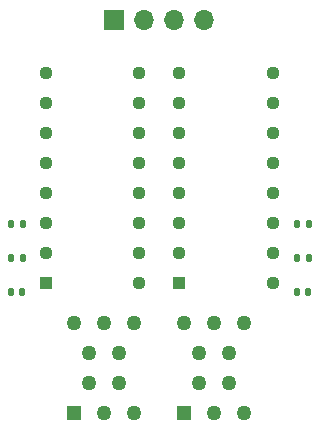
<source format=gbr>
%TF.GenerationSoftware,KiCad,Pcbnew,(6.0.10)*%
%TF.CreationDate,2023-05-16T15:36:24-07:00*%
%TF.ProjectId,SevenSegment,53657665-6e53-4656-976d-656e742e6b69,rev?*%
%TF.SameCoordinates,Original*%
%TF.FileFunction,Soldermask,Top*%
%TF.FilePolarity,Negative*%
%FSLAX46Y46*%
G04 Gerber Fmt 4.6, Leading zero omitted, Abs format (unit mm)*
G04 Created by KiCad (PCBNEW (6.0.10)) date 2023-05-16 15:36:24*
%MOMM*%
%LPD*%
G01*
G04 APERTURE LIST*
G04 Aperture macros list*
%AMRoundRect*
0 Rectangle with rounded corners*
0 $1 Rounding radius*
0 $2 $3 $4 $5 $6 $7 $8 $9 X,Y pos of 4 corners*
0 Add a 4 corners polygon primitive as box body*
4,1,4,$2,$3,$4,$5,$6,$7,$8,$9,$2,$3,0*
0 Add four circle primitives for the rounded corners*
1,1,$1+$1,$2,$3*
1,1,$1+$1,$4,$5*
1,1,$1+$1,$6,$7*
1,1,$1+$1,$8,$9*
0 Add four rect primitives between the rounded corners*
20,1,$1+$1,$2,$3,$4,$5,0*
20,1,$1+$1,$4,$5,$6,$7,0*
20,1,$1+$1,$6,$7,$8,$9,0*
20,1,$1+$1,$8,$9,$2,$3,0*%
G04 Aperture macros list end*
%ADD10C,1.270000*%
%ADD11R,1.270000X1.270000*%
%ADD12R,1.130000X1.130000*%
%ADD13C,1.130000*%
%ADD14RoundRect,0.135000X-0.135000X-0.185000X0.135000X-0.185000X0.135000X0.185000X-0.135000X0.185000X0*%
%ADD15RoundRect,0.135000X0.135000X0.185000X-0.135000X0.185000X-0.135000X-0.185000X0.135000X-0.185000X0*%
%ADD16R,1.700000X1.700000*%
%ADD17O,1.700000X1.700000*%
%ADD18RoundRect,0.140000X-0.140000X-0.170000X0.140000X-0.170000X0.140000X0.170000X-0.140000X0.170000X0*%
G04 APERTURE END LIST*
D10*
%TO.C,DS-TENS1*%
X97060000Y-104990000D03*
X98330000Y-107530000D03*
X99600000Y-104990000D03*
X100870000Y-107530000D03*
X102140000Y-104990000D03*
X102140000Y-112610000D03*
X100870000Y-110070000D03*
X99600000Y-112610000D03*
X98330000Y-110070000D03*
D11*
X97060000Y-112610000D03*
%TD*%
D10*
%TO.C,DS-ONES1*%
X106360000Y-104990000D03*
X107630000Y-107530000D03*
X108900000Y-104990000D03*
X110170000Y-107530000D03*
X111440000Y-104990000D03*
X111440000Y-112610000D03*
X110170000Y-110070000D03*
X108900000Y-112610000D03*
X107630000Y-110070000D03*
D11*
X106360000Y-112610000D03*
%TD*%
D12*
%TO.C,IC2*%
X105930000Y-101590000D03*
D13*
X105930000Y-99050000D03*
X105930000Y-96510000D03*
X105930000Y-93970000D03*
X105930000Y-91430000D03*
X105930000Y-88890000D03*
X105930000Y-86350000D03*
X105930000Y-83810000D03*
X113870000Y-83810000D03*
X113870000Y-86350000D03*
X113870000Y-88890000D03*
X113870000Y-91430000D03*
X113870000Y-93970000D03*
X113870000Y-96510000D03*
X113870000Y-99050000D03*
X113870000Y-101590000D03*
%TD*%
%TO.C,IC1*%
X102570000Y-101590000D03*
X102570000Y-99050000D03*
X102570000Y-96510000D03*
X102570000Y-93970000D03*
X102570000Y-91430000D03*
X102570000Y-88890000D03*
X102570000Y-86350000D03*
X102570000Y-83810000D03*
X94630000Y-83810000D03*
X94630000Y-86350000D03*
X94630000Y-88890000D03*
X94630000Y-91430000D03*
X94630000Y-93970000D03*
X94630000Y-96510000D03*
X94630000Y-99050000D03*
D12*
X94630000Y-101590000D03*
%TD*%
D14*
%TO.C,R4*%
X115890000Y-99472500D03*
X116910000Y-99472500D03*
%TD*%
%TO.C,R3*%
X91690000Y-99472500D03*
X92710000Y-99472500D03*
%TD*%
D15*
%TO.C,R2*%
X116910000Y-96600000D03*
X115890000Y-96600000D03*
%TD*%
%TO.C,R1*%
X92710000Y-96600000D03*
X91690000Y-96600000D03*
%TD*%
D16*
%TO.C,J1*%
X100390000Y-79300000D03*
D17*
X102930000Y-79300000D03*
X105470000Y-79300000D03*
X108010000Y-79300000D03*
%TD*%
D18*
%TO.C,C2*%
X91700000Y-102335000D03*
X92660000Y-102335000D03*
%TD*%
%TO.C,C1*%
X115900000Y-102335000D03*
X116860000Y-102335000D03*
%TD*%
M02*

</source>
